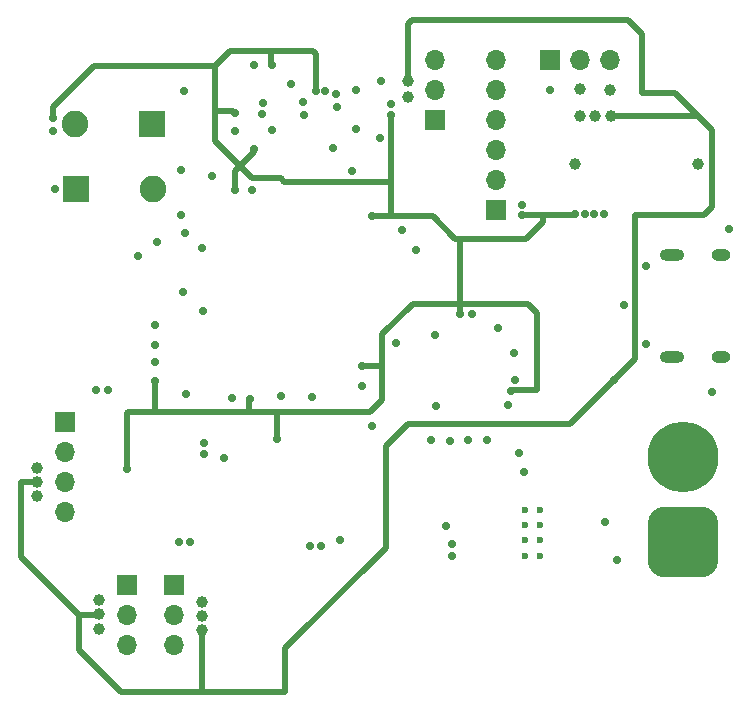
<source format=gbr>
%TF.GenerationSoftware,KiCad,Pcbnew,8.0.5*%
%TF.CreationDate,2024-09-26T23:28:09-07:00*%
%TF.ProjectId,STM32F405 Flight Controller,53544d33-3246-4343-9035-20466c696768,rev?*%
%TF.SameCoordinates,Original*%
%TF.FileFunction,Copper,L3,Inr*%
%TF.FilePolarity,Positive*%
%FSLAX46Y46*%
G04 Gerber Fmt 4.6, Leading zero omitted, Abs format (unit mm)*
G04 Created by KiCad (PCBNEW 8.0.5) date 2024-09-26 23:28:09*
%MOMM*%
%LPD*%
G01*
G04 APERTURE LIST*
G04 Aperture macros list*
%AMRoundRect*
0 Rectangle with rounded corners*
0 $1 Rounding radius*
0 $2 $3 $4 $5 $6 $7 $8 $9 X,Y pos of 4 corners*
0 Add a 4 corners polygon primitive as box body*
4,1,4,$2,$3,$4,$5,$6,$7,$8,$9,$2,$3,0*
0 Add four circle primitives for the rounded corners*
1,1,$1+$1,$2,$3*
1,1,$1+$1,$4,$5*
1,1,$1+$1,$6,$7*
1,1,$1+$1,$8,$9*
0 Add four rect primitives between the rounded corners*
20,1,$1+$1,$2,$3,$4,$5,0*
20,1,$1+$1,$4,$5,$6,$7,0*
20,1,$1+$1,$6,$7,$8,$9,0*
20,1,$1+$1,$8,$9,$2,$3,0*%
G04 Aperture macros list end*
%TA.AperFunction,ComponentPad*%
%ADD10O,2.100000X1.000000*%
%TD*%
%TA.AperFunction,ComponentPad*%
%ADD11O,1.600000X1.000000*%
%TD*%
%TA.AperFunction,ComponentPad*%
%ADD12C,0.600000*%
%TD*%
%TA.AperFunction,ComponentPad*%
%ADD13R,2.250000X2.250000*%
%TD*%
%TA.AperFunction,ComponentPad*%
%ADD14C,2.250000*%
%TD*%
%TA.AperFunction,ComponentPad*%
%ADD15R,1.700000X1.700000*%
%TD*%
%TA.AperFunction,ComponentPad*%
%ADD16O,1.700000X1.700000*%
%TD*%
%TA.AperFunction,ComponentPad*%
%ADD17RoundRect,1.500000X1.500000X-1.500000X1.500000X1.500000X-1.500000X1.500000X-1.500000X-1.500000X0*%
%TD*%
%TA.AperFunction,ComponentPad*%
%ADD18C,6.000000*%
%TD*%
%TA.AperFunction,ViaPad*%
%ADD19C,0.700000*%
%TD*%
%TA.AperFunction,ViaPad*%
%ADD20C,1.000000*%
%TD*%
%TA.AperFunction,Conductor*%
%ADD21C,0.500000*%
%TD*%
G04 APERTURE END LIST*
D10*
%TO.N,unconnected-(J1-SHIELD-PadS1)_1*%
%TO.C,J1*%
X182220000Y-88300000D03*
D11*
%TO.N,unconnected-(J1-SHIELD-PadS1)_2*%
X186400000Y-88300000D03*
D10*
%TO.N,unconnected-(J1-SHIELD-PadS1)*%
X182220000Y-79660000D03*
D11*
%TO.N,unconnected-(J1-SHIELD-PadS1)_3*%
X186400000Y-79660000D03*
%TD*%
D12*
%TO.N,GND*%
%TO.C,U7*%
X171050000Y-105150000D03*
X171050000Y-103850000D03*
X171050000Y-102550000D03*
X171050000Y-101250000D03*
X169750000Y-105150000D03*
X169750000Y-103850000D03*
X169750000Y-102550000D03*
X169750000Y-101250000D03*
%TD*%
D13*
%TO.N,GND*%
%TO.C,SW2*%
X131750000Y-74100000D03*
D14*
%TO.N,NRST*%
X138250000Y-74100000D03*
%TD*%
D15*
%TO.N,ESC_1*%
%TO.C,J3*%
X136075000Y-107600000D03*
D16*
%TO.N,+5V*%
X136075000Y-110140000D03*
%TO.N,GND*%
X136075000Y-112680000D03*
%TD*%
D17*
%TO.N,+BATT*%
%TO.C,J2*%
X183200000Y-104000000D03*
D18*
%TO.N,GND*%
X183200000Y-96800000D03*
%TD*%
D15*
%TO.N,+3.3V*%
%TO.C,J7*%
X167300000Y-75900000D03*
D16*
%TO.N,SWDIO*%
X167300000Y-73360000D03*
%TO.N,SWCLK*%
X167300000Y-70820000D03*
%TO.N,SWO*%
X167300000Y-68280000D03*
%TO.N,NRST*%
X167300000Y-65740000D03*
%TO.N,GND*%
X167300000Y-63200000D03*
%TD*%
D15*
%TO.N,ESC_2*%
%TO.C,J4*%
X140100000Y-107625000D03*
D16*
%TO.N,+5V*%
X140100000Y-110165000D03*
%TO.N,GND*%
X140100000Y-112705000D03*
%TD*%
D15*
%TO.N,ESC_3*%
%TO.C,J5*%
X162200000Y-68300000D03*
D16*
%TO.N,+5V*%
X162200000Y-65760000D03*
%TO.N,GND*%
X162200000Y-63220000D03*
%TD*%
D15*
%TO.N,UART1_TX*%
%TO.C,U6*%
X130800000Y-93820000D03*
D16*
%TO.N,UART1_RX*%
X130800000Y-96360000D03*
%TO.N,+5V*%
X130800000Y-98900000D03*
%TO.N,GND*%
X130800000Y-101440000D03*
%TD*%
D13*
%TO.N,BOOT0*%
%TO.C,SW1*%
X138200000Y-68600000D03*
D14*
%TO.N,+3.3V*%
X131700000Y-68600000D03*
%TD*%
D15*
%TO.N,ESC_4*%
%TO.C,J6*%
X171920000Y-63200000D03*
D16*
%TO.N,+5V*%
X174460000Y-63200000D03*
%TO.N,GND*%
X177000000Y-63200000D03*
%TD*%
D19*
%TO.N,GND*%
X146683660Y-74224580D03*
X143300000Y-73000000D03*
X180050000Y-80650000D03*
%TO.N,+3.3V*%
X146800000Y-70700000D03*
X174050000Y-76200000D03*
X146509000Y-91843250D03*
X168575000Y-91225000D03*
X129800000Y-68100000D03*
X148361763Y-63630000D03*
X155955750Y-89120000D03*
X148800000Y-95300000D03*
X169500000Y-76300000D03*
X164300000Y-84700000D03*
X138460250Y-90329250D03*
X152069553Y-65821343D03*
X145230000Y-67660237D03*
X158400000Y-67800000D03*
X156800000Y-76400000D03*
X145200000Y-74200000D03*
X136120048Y-97840097D03*
%TO.N,Net-(U7-VCC)*%
X169700000Y-98035000D03*
X163600000Y-104135000D03*
D20*
%TO.N,+5V*%
X159900000Y-65000000D03*
X177050000Y-67900000D03*
X133750000Y-110125000D03*
X128500000Y-98900000D03*
D19*
X177300000Y-90300000D03*
D20*
X142475000Y-111475000D03*
D19*
%TO.N,NRST*%
X140700000Y-72500000D03*
X155100000Y-72600000D03*
%TO.N,ESC_4*%
X153500000Y-70600000D03*
X171920000Y-65700000D03*
D20*
%TO.N,GND*%
X174043517Y-71998576D03*
D19*
X163400000Y-95406574D03*
X151713000Y-91737500D03*
D20*
X177000000Y-65700000D03*
D19*
X163110000Y-102635000D03*
X178187119Y-83915000D03*
X140700000Y-76325000D03*
X141124500Y-91434000D03*
X157557500Y-64965000D03*
X148400000Y-69100000D03*
X167523237Y-85860000D03*
X166571981Y-95362569D03*
X162223237Y-92460000D03*
X164985159Y-95380787D03*
X140965500Y-77800000D03*
X138464500Y-85659250D03*
X156005750Y-90750000D03*
X142500000Y-84400000D03*
X147561970Y-66830046D03*
X176600000Y-102339854D03*
X157527500Y-69770039D03*
X155462915Y-65747224D03*
X155471551Y-69062240D03*
X144285000Y-96908000D03*
X159395116Y-77580000D03*
X137000000Y-79800000D03*
X168950000Y-90300000D03*
X130000000Y-74100000D03*
X140800000Y-82800000D03*
X168325000Y-92375000D03*
X161789860Y-95372681D03*
X177539581Y-105500000D03*
X142411231Y-79107598D03*
X160560000Y-79230000D03*
X169300000Y-96420000D03*
X185649000Y-91330500D03*
X145200000Y-69190237D03*
X158892456Y-87133000D03*
X140914415Y-65840251D03*
X144950000Y-91812250D03*
D20*
X184400000Y-72000000D03*
D19*
X187083000Y-77514000D03*
X168846500Y-87954549D03*
X162200000Y-86500000D03*
X138600000Y-78600000D03*
X150000000Y-65200000D03*
X154100000Y-103800000D03*
X146811763Y-63600000D03*
%TO.N,SDA*%
X153839180Y-67164226D03*
X151100000Y-67800000D03*
%TO.N,Net-(U1-PC5)*%
X156800000Y-94200000D03*
X141400000Y-104000000D03*
%TO.N,BATT_SENSE*%
X142600000Y-96500000D03*
X134500000Y-91100000D03*
%TO.N,MISO*%
X151600000Y-104300000D03*
X149100000Y-91600000D03*
%TO.N,GND*%
X180000000Y-87200000D03*
%TO.N,+3.3V*%
X138497000Y-88743767D03*
%TO.N,GND*%
X142600000Y-95600000D03*
X133500000Y-91100000D03*
X152500000Y-104300000D03*
X140500000Y-104000000D03*
X138468903Y-87274847D03*
X163600000Y-105200000D03*
D20*
%TO.N,+5V*%
X128500000Y-100100000D03*
X174450000Y-67900000D03*
X133750000Y-108925000D03*
X159900000Y-66300000D03*
X142475000Y-109075000D03*
X128500000Y-97700000D03*
X175750000Y-67900000D03*
X174400000Y-65600000D03*
X142475000Y-110275000D03*
X133750000Y-111325000D03*
D19*
%TO.N,+3.3V*%
X175650000Y-76200000D03*
X152869553Y-65821343D03*
X165300000Y-84700000D03*
X147531431Y-67729530D03*
X151000000Y-66700000D03*
X153800000Y-66100000D03*
X129800000Y-69200000D03*
X174850000Y-76200000D03*
X158400000Y-66900000D03*
X169500000Y-75500000D03*
X176450000Y-76200000D03*
%TD*%
D21*
%TO.N,+3.3V*%
X146698870Y-73200000D02*
X145649435Y-72150565D01*
X149100000Y-73200000D02*
X146698870Y-73200000D01*
X149400000Y-73500000D02*
X149100000Y-73200000D01*
X158300000Y-73500000D02*
X149400000Y-73500000D01*
X158400000Y-73600000D02*
X158300000Y-73500000D01*
X145200000Y-72600000D02*
X145649435Y-72150565D01*
X145200000Y-74200000D02*
X145200000Y-72600000D01*
%TO.N,+5V*%
X158000000Y-104500000D02*
X158000000Y-95900000D01*
X173600000Y-94000000D02*
X177300000Y-90300000D01*
X149500000Y-116700000D02*
X149500000Y-113000000D01*
X149500000Y-113000000D02*
X158000000Y-104500000D01*
X135600000Y-116700000D02*
X149500000Y-116700000D01*
X159900000Y-94000000D02*
X173600000Y-94000000D01*
X132000000Y-113100000D02*
X135600000Y-116700000D01*
X158000000Y-95900000D02*
X159900000Y-94000000D01*
X132000000Y-110200000D02*
X132000000Y-113100000D01*
X133675000Y-110200000D02*
X133750000Y-110125000D01*
X132000000Y-110200000D02*
X133675000Y-110200000D01*
X159900000Y-60100000D02*
X159900000Y-65000000D01*
X179700000Y-61000000D02*
X178500000Y-59800000D01*
X178500000Y-59800000D02*
X160200000Y-59800000D01*
X182500000Y-66000000D02*
X179700000Y-66000000D01*
X160200000Y-59800000D02*
X159900000Y-60100000D01*
X184400000Y-67900000D02*
X182500000Y-66000000D01*
X179700000Y-66000000D02*
X179700000Y-61000000D01*
X185600000Y-69100000D02*
X184400000Y-67900000D01*
X184900000Y-76300000D02*
X185600000Y-75600000D01*
X179100000Y-76300000D02*
X184900000Y-76300000D01*
X185600000Y-75600000D02*
X185600000Y-69100000D01*
X179100000Y-88500000D02*
X179100000Y-76300000D01*
X177300000Y-90300000D02*
X179100000Y-88500000D01*
%TO.N,+3.3V*%
X146800000Y-71000000D02*
X145649435Y-72150565D01*
X146800000Y-70700000D02*
X146800000Y-71000000D01*
X157700000Y-86400000D02*
X157700000Y-89100000D01*
X171300000Y-76300000D02*
X171300000Y-76900000D01*
X136100000Y-93100000D02*
X136100000Y-97820049D01*
X148800000Y-93000000D02*
X146400000Y-93000000D01*
X162000000Y-76400000D02*
X158300000Y-76400000D01*
X164300000Y-83800000D02*
X160300000Y-83800000D01*
X157700000Y-92000000D02*
X156700000Y-93000000D01*
X136100000Y-97820049D02*
X136120048Y-97840097D01*
X155975750Y-89100000D02*
X155955750Y-89120000D01*
X157700000Y-89100000D02*
X157700000Y-92000000D01*
X156700000Y-93000000D02*
X148800000Y-93000000D01*
X164300000Y-78300000D02*
X164300000Y-83800000D01*
X143500000Y-67500000D02*
X143500000Y-63700000D01*
X143500000Y-63700000D02*
X133300000Y-63700000D01*
X148300000Y-63568237D02*
X148361763Y-63630000D01*
X138500000Y-93000000D02*
X136200000Y-93000000D01*
X157700000Y-89100000D02*
X155975750Y-89100000D01*
X158300000Y-76400000D02*
X158400000Y-76300000D01*
X144800000Y-62400000D02*
X148300000Y-62400000D01*
X169500000Y-76300000D02*
X171300000Y-76300000D01*
X136200000Y-93000000D02*
X136100000Y-93100000D01*
X170800000Y-84600000D02*
X170000000Y-83800000D01*
X151800000Y-62400000D02*
X152100000Y-62700000D01*
X168575000Y-91225000D02*
X168700000Y-91100000D01*
X168700000Y-91100000D02*
X170800000Y-91100000D01*
X171300000Y-76900000D02*
X169900000Y-78300000D01*
X164300000Y-83800000D02*
X164300000Y-84700000D01*
X145649435Y-72150565D02*
X143500000Y-70001129D01*
X160300000Y-83800000D02*
X157700000Y-86400000D01*
X146400000Y-93000000D02*
X138500000Y-93000000D01*
X148300000Y-62400000D02*
X151800000Y-62400000D01*
X152100000Y-62700000D02*
X152100000Y-65790896D01*
X152100000Y-65790896D02*
X152069553Y-65821343D01*
X173950000Y-76300000D02*
X174050000Y-76200000D01*
X169900000Y-78300000D02*
X164300000Y-78300000D01*
X146400000Y-91952250D02*
X146509000Y-91843250D01*
X143500000Y-63700000D02*
X144800000Y-62400000D01*
X133300000Y-63700000D02*
X129800000Y-67200000D01*
X164300000Y-78300000D02*
X163900000Y-78300000D01*
X158400000Y-76300000D02*
X158400000Y-73600000D01*
X148300000Y-62400000D02*
X148300000Y-63568237D01*
X170800000Y-91100000D02*
X170800000Y-84600000D01*
X143500000Y-70001129D02*
X143500000Y-67500000D01*
X170000000Y-83800000D02*
X164300000Y-83800000D01*
X171300000Y-76300000D02*
X173950000Y-76300000D01*
X158300000Y-76400000D02*
X156800000Y-76400000D01*
X145069763Y-67500000D02*
X145230000Y-67660237D01*
X129800000Y-67200000D02*
X129800000Y-68100000D01*
X158400000Y-73600000D02*
X158400000Y-67800000D01*
X163900000Y-78300000D02*
X162000000Y-76400000D01*
X146400000Y-93000000D02*
X146400000Y-91952250D01*
X143500000Y-67500000D02*
X145069763Y-67500000D01*
X148800000Y-93000000D02*
X148800000Y-95300000D01*
%TO.N,+5V*%
X127100000Y-98900000D02*
X127100000Y-105300000D01*
X127100000Y-105300000D02*
X132000000Y-110200000D01*
X142475000Y-116675000D02*
X142475000Y-111475000D01*
X184400000Y-67900000D02*
X177050000Y-67900000D01*
X128500000Y-98900000D02*
X127100000Y-98900000D01*
%TO.N,+3.3V*%
X131665500Y-68565500D02*
X131700000Y-68600000D01*
X138500000Y-90369000D02*
X138460250Y-90329250D01*
X138500000Y-93000000D02*
X138500000Y-90369000D01*
%TD*%
M02*

</source>
